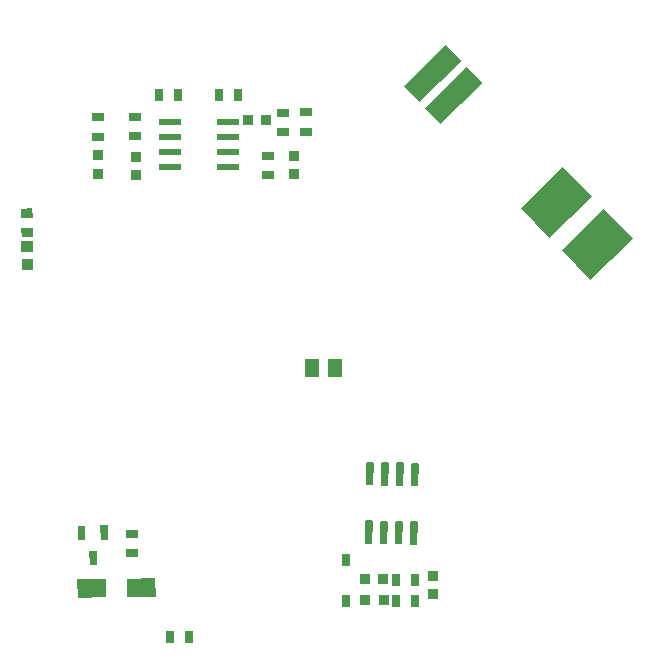
<source format=gbr>
G04 EAGLE Gerber RS-274X export*
G75*
%MOMM*%
%FSLAX34Y34*%
%LPD*%
%INSolderpaste Top*%
%IPPOS*%
%AMOC8*
5,1,8,0,0,1.08239X$1,22.5*%
G01*
%ADD10C,0.150000*%
%ADD11R,0.798700X0.973900*%
%ADD12R,0.783900X1.127200*%
%ADD13R,0.920900X0.970200*%
%ADD14R,0.970200X0.920900*%
%ADD15R,1.300000X1.500000*%
%ADD16R,0.973900X0.798700*%
%ADD17R,1.223500X0.624800*%
%ADD18R,2.392000X1.565300*%
%ADD19R,1.969400X0.592200*%
%ADD20R,3.500000X5.000000*%
%ADD21R,1.900000X5.000000*%


D10*
X105378Y-114912D02*
X105696Y-96716D01*
X110194Y-96794D01*
X109876Y-114990D01*
X105378Y-114912D01*
X105402Y-113565D02*
X109901Y-113565D01*
X109926Y-112140D02*
X105426Y-112140D01*
X105451Y-110715D02*
X109951Y-110715D01*
X109976Y-109290D02*
X105476Y-109290D01*
X105501Y-107865D02*
X110001Y-107865D01*
X110025Y-106440D02*
X105526Y-106440D01*
X105551Y-105015D02*
X110050Y-105015D01*
X110075Y-103590D02*
X105576Y-103590D01*
X105601Y-102165D02*
X110100Y-102165D01*
X110125Y-100740D02*
X105626Y-100740D01*
X105651Y-99315D02*
X110150Y-99315D01*
X110175Y-97890D02*
X105675Y-97890D01*
X92998Y-96495D02*
X92680Y-114691D01*
X92998Y-96495D02*
X97496Y-96573D01*
X97178Y-114769D01*
X92680Y-114691D01*
X92704Y-113344D02*
X97203Y-113344D01*
X97228Y-111919D02*
X92728Y-111919D01*
X92753Y-110494D02*
X97253Y-110494D01*
X97278Y-109069D02*
X92778Y-109069D01*
X92803Y-107644D02*
X97303Y-107644D01*
X97327Y-106219D02*
X92828Y-106219D01*
X92853Y-104794D02*
X97352Y-104794D01*
X97377Y-103369D02*
X92878Y-103369D01*
X92903Y-101944D02*
X97402Y-101944D01*
X97427Y-100519D02*
X92928Y-100519D01*
X92953Y-99094D02*
X97452Y-99094D01*
X97477Y-97669D02*
X92977Y-97669D01*
X80300Y-96273D02*
X79982Y-114469D01*
X80300Y-96273D02*
X84798Y-96351D01*
X84480Y-114547D01*
X79982Y-114469D01*
X80006Y-113122D02*
X84505Y-113122D01*
X84530Y-111697D02*
X80030Y-111697D01*
X80055Y-110272D02*
X84555Y-110272D01*
X84580Y-108847D02*
X80080Y-108847D01*
X80105Y-107422D02*
X84605Y-107422D01*
X84629Y-105997D02*
X80130Y-105997D01*
X80155Y-104572D02*
X84654Y-104572D01*
X84679Y-103147D02*
X80180Y-103147D01*
X80205Y-101722D02*
X84704Y-101722D01*
X84729Y-100297D02*
X80230Y-100297D01*
X80255Y-98872D02*
X84754Y-98872D01*
X84779Y-97447D02*
X80279Y-97447D01*
X67602Y-96051D02*
X67284Y-114247D01*
X67602Y-96051D02*
X72100Y-96129D01*
X71782Y-114325D01*
X67284Y-114247D01*
X67308Y-112900D02*
X71807Y-112900D01*
X71832Y-111475D02*
X67332Y-111475D01*
X67357Y-110050D02*
X71857Y-110050D01*
X71882Y-108625D02*
X67382Y-108625D01*
X67407Y-107200D02*
X71907Y-107200D01*
X71931Y-105775D02*
X67432Y-105775D01*
X67457Y-104350D02*
X71956Y-104350D01*
X71981Y-102925D02*
X67482Y-102925D01*
X67507Y-101500D02*
X72006Y-101500D01*
X72031Y-100075D02*
X67532Y-100075D01*
X67557Y-98650D02*
X72056Y-98650D01*
X72081Y-97225D02*
X67581Y-97225D01*
X66738Y-145544D02*
X66420Y-163740D01*
X66738Y-145544D02*
X71236Y-145622D01*
X70918Y-163818D01*
X66420Y-163740D01*
X66444Y-162393D02*
X70943Y-162393D01*
X70968Y-160968D02*
X66468Y-160968D01*
X66493Y-159543D02*
X70993Y-159543D01*
X71018Y-158118D02*
X66518Y-158118D01*
X66543Y-156693D02*
X71043Y-156693D01*
X71067Y-155268D02*
X66568Y-155268D01*
X66593Y-153843D02*
X71092Y-153843D01*
X71117Y-152418D02*
X66618Y-152418D01*
X66643Y-150993D02*
X71142Y-150993D01*
X71167Y-149568D02*
X66668Y-149568D01*
X66693Y-148143D02*
X71192Y-148143D01*
X71217Y-146718D02*
X66717Y-146718D01*
X79436Y-145765D02*
X79118Y-163961D01*
X79436Y-145765D02*
X83934Y-145843D01*
X83616Y-164039D01*
X79118Y-163961D01*
X79142Y-162614D02*
X83641Y-162614D01*
X83666Y-161189D02*
X79166Y-161189D01*
X79191Y-159764D02*
X83691Y-159764D01*
X83716Y-158339D02*
X79216Y-158339D01*
X79241Y-156914D02*
X83741Y-156914D01*
X83765Y-155489D02*
X79266Y-155489D01*
X79291Y-154064D02*
X83790Y-154064D01*
X83815Y-152639D02*
X79316Y-152639D01*
X79341Y-151214D02*
X83840Y-151214D01*
X83865Y-149789D02*
X79366Y-149789D01*
X79391Y-148364D02*
X83890Y-148364D01*
X83915Y-146939D02*
X79415Y-146939D01*
X92134Y-145987D02*
X91816Y-164183D01*
X92134Y-145987D02*
X96632Y-146065D01*
X96314Y-164261D01*
X91816Y-164183D01*
X91840Y-162836D02*
X96339Y-162836D01*
X96364Y-161411D02*
X91864Y-161411D01*
X91889Y-159986D02*
X96389Y-159986D01*
X96414Y-158561D02*
X91914Y-158561D01*
X91939Y-157136D02*
X96439Y-157136D01*
X96463Y-155711D02*
X91964Y-155711D01*
X91989Y-154286D02*
X96488Y-154286D01*
X96513Y-152861D02*
X92014Y-152861D01*
X92039Y-151436D02*
X96538Y-151436D01*
X96563Y-150011D02*
X92064Y-150011D01*
X92089Y-148586D02*
X96588Y-148586D01*
X96613Y-147161D02*
X92113Y-147161D01*
X104832Y-146209D02*
X104514Y-164405D01*
X104832Y-146209D02*
X109330Y-146287D01*
X109012Y-164483D01*
X104514Y-164405D01*
X104538Y-163058D02*
X109037Y-163058D01*
X109062Y-161633D02*
X104562Y-161633D01*
X104587Y-160208D02*
X109087Y-160208D01*
X109112Y-158783D02*
X104612Y-158783D01*
X104637Y-157358D02*
X109137Y-157358D01*
X109161Y-155933D02*
X104662Y-155933D01*
X104687Y-154508D02*
X109186Y-154508D01*
X109211Y-153083D02*
X104712Y-153083D01*
X104737Y-151658D02*
X109236Y-151658D01*
X109261Y-150233D02*
X104762Y-150233D01*
X104787Y-148808D02*
X109286Y-148808D01*
X109311Y-147383D02*
X104811Y-147383D01*
D11*
X107929Y-194991D03*
X91625Y-194991D03*
X108259Y-212876D03*
X91955Y-212876D03*
D12*
X49867Y-212931D03*
X49867Y-178501D03*
D13*
X81233Y-194366D03*
X65741Y-194366D03*
D14*
X122997Y-191846D03*
X122997Y-207338D03*
D13*
X66011Y-212536D03*
X81503Y-212536D03*
D15*
X20897Y-15976D03*
X39897Y-15976D03*
D14*
X-160678Y148838D03*
X-160678Y164330D03*
D11*
X-108805Y215499D03*
X-92501Y215499D03*
D16*
X-3853Y183602D03*
X-3853Y199906D03*
X15617Y200646D03*
X15617Y184342D03*
D11*
X-58035Y214924D03*
X-41731Y214924D03*
D14*
X-128538Y147538D03*
X-128538Y163030D03*
D16*
X-129083Y180232D03*
X-129083Y196536D03*
X-160834Y196396D03*
X-160834Y180092D03*
D14*
X5857Y163580D03*
X5857Y148088D03*
D13*
G36*
X-215501Y76185D02*
X-215436Y66978D01*
X-225137Y66911D01*
X-225202Y76118D01*
X-215501Y76185D01*
G37*
G36*
X-215609Y91677D02*
X-215544Y82470D01*
X-225245Y82403D01*
X-225310Y91610D01*
X-215609Y91677D01*
G37*
D11*
G36*
X-215665Y103144D02*
X-215469Y95162D01*
X-225203Y94924D01*
X-225399Y102906D01*
X-215665Y103144D01*
G37*
G36*
X-216063Y119444D02*
X-215867Y111462D01*
X-225601Y111224D01*
X-225797Y119206D01*
X-216063Y119444D01*
G37*
D16*
X-16413Y163706D03*
X-16413Y147402D03*
D11*
X-99655Y-243186D03*
X-83351Y-243186D03*
D16*
X-131893Y-155944D03*
X-131893Y-172248D03*
D17*
G36*
X-158290Y-161239D02*
X-158461Y-149007D01*
X-152214Y-148919D01*
X-152043Y-161151D01*
X-158290Y-161239D01*
G37*
G36*
X-177289Y-161504D02*
X-177460Y-149272D01*
X-171213Y-149184D01*
X-171042Y-161416D01*
X-177289Y-161504D01*
G37*
G36*
X-167492Y-182650D02*
X-167663Y-170418D01*
X-161416Y-170330D01*
X-161245Y-182562D01*
X-167492Y-182650D01*
G37*
D18*
G36*
X-153860Y-209927D02*
X-177778Y-210177D01*
X-177942Y-194527D01*
X-154024Y-194277D01*
X-153860Y-209927D01*
G37*
G36*
X-111704Y-209485D02*
X-135622Y-209735D01*
X-135786Y-194085D01*
X-111868Y-193835D01*
X-111704Y-209485D01*
G37*
D19*
X-99749Y192604D03*
X-99749Y179904D03*
X-99749Y167204D03*
X-99749Y154504D03*
X-50277Y154504D03*
X-50277Y167204D03*
X-50277Y179904D03*
X-50277Y192604D03*
D20*
G36*
X268241Y118450D02*
X292510Y93231D01*
X256483Y58562D01*
X232214Y83781D01*
X268241Y118450D01*
G37*
G36*
X233571Y154478D02*
X257840Y129259D01*
X221813Y94590D01*
X197544Y119809D01*
X233571Y154478D01*
G37*
D21*
G36*
X134414Y257517D02*
X147589Y243826D01*
X111562Y209157D01*
X98387Y222848D01*
X134414Y257517D01*
G37*
G36*
X152026Y239215D02*
X165201Y225524D01*
X129174Y190855D01*
X115999Y204546D01*
X152026Y239215D01*
G37*
D13*
X-18267Y194554D03*
X-33759Y194554D03*
M02*

</source>
